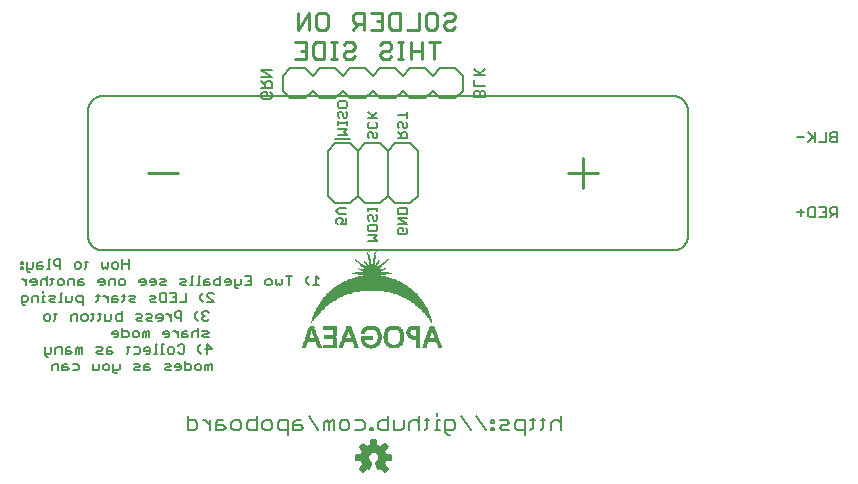
<source format=gbo>
G75*
%MOIN*%
%OFA0B0*%
%FSLAX25Y25*%
%IPPOS*%
%LPD*%
%AMOC8*
5,1,8,0,0,1.08239X$1,22.5*
%
%ADD10R,0.00150X0.00075*%
%ADD11R,0.00075X0.00075*%
%ADD12C,0.00600*%
%ADD13C,0.00800*%
%ADD14C,0.01000*%
%ADD15C,0.00591*%
%ADD16C,0.00700*%
%ADD17R,0.00625X0.00125*%
%ADD18R,0.01375X0.00125*%
%ADD19R,0.01250X0.00125*%
%ADD20R,0.02250X0.00125*%
%ADD21R,0.02375X0.00125*%
%ADD22R,0.04375X0.00125*%
%ADD23R,0.02750X0.00125*%
%ADD24R,0.02875X0.00125*%
%ADD25R,0.03500X0.00125*%
%ADD26R,0.04000X0.00125*%
%ADD27R,0.04250X0.00125*%
%ADD28R,0.04500X0.00125*%
%ADD29R,0.04625X0.00125*%
%ADD30R,0.04750X0.00125*%
%ADD31R,0.05125X0.00125*%
%ADD32R,0.02000X0.00125*%
%ADD33R,0.01875X0.00125*%
%ADD34R,0.01125X0.00125*%
%ADD35R,0.01750X0.00125*%
%ADD36R,0.01625X0.00125*%
%ADD37R,0.01500X0.00125*%
%ADD38R,0.05000X0.00125*%
%ADD39R,0.04875X0.00125*%
%ADD40R,0.02500X0.00125*%
%ADD41R,0.03000X0.00125*%
%ADD42R,0.03375X0.00125*%
%ADD43R,0.03750X0.00125*%
%ADD44R,0.04125X0.00125*%
%ADD45R,0.02125X0.00125*%
%ADD46R,0.05250X0.00125*%
%ADD47R,0.03875X0.00125*%
%ADD48R,0.03625X0.00125*%
%ADD49R,0.03125X0.00125*%
%ADD50R,0.01000X0.00125*%
%ADD51R,0.00125X0.00125*%
%ADD52R,0.00250X0.00125*%
%ADD53R,0.00375X0.00125*%
%ADD54R,0.00500X0.00125*%
%ADD55R,0.00750X0.00125*%
%ADD56R,0.00875X0.00125*%
%ADD57R,0.02625X0.00125*%
%ADD58R,0.03250X0.00125*%
%ADD59R,0.05500X0.00125*%
%ADD60R,0.05625X0.00125*%
%ADD61R,0.05750X0.00125*%
%ADD62R,0.06125X0.00125*%
%ADD63R,0.06000X0.00125*%
%ADD64R,0.06375X0.00125*%
%ADD65R,0.06500X0.00125*%
%ADD66R,0.06750X0.00125*%
%ADD67R,0.06625X0.00125*%
%ADD68R,0.06875X0.00125*%
%ADD69R,0.07125X0.00125*%
%ADD70R,0.07250X0.00125*%
%ADD71R,0.07375X0.00125*%
%ADD72R,0.07625X0.00125*%
%ADD73R,0.07750X0.00125*%
%ADD74R,0.08125X0.00125*%
%ADD75R,0.08000X0.00125*%
%ADD76R,0.08250X0.00125*%
%ADD77R,0.08875X0.00125*%
%ADD78R,0.09000X0.00125*%
%ADD79R,0.09125X0.00125*%
%ADD80R,0.09750X0.00125*%
%ADD81R,0.10875X0.00125*%
%ADD82R,0.10750X0.00125*%
%ADD83R,0.11625X0.00125*%
%ADD84R,0.11500X0.00125*%
%ADD85R,0.26875X0.00125*%
%ADD86R,0.26625X0.00125*%
%ADD87R,0.26250X0.00125*%
%ADD88R,0.25875X0.00125*%
%ADD89R,0.25625X0.00125*%
%ADD90R,0.25250X0.00125*%
%ADD91R,0.25000X0.00125*%
%ADD92R,0.24625X0.00125*%
%ADD93R,0.24125X0.00125*%
%ADD94R,0.23875X0.00125*%
%ADD95R,0.23500X0.00125*%
%ADD96R,0.23375X0.00125*%
%ADD97R,0.22875X0.00125*%
%ADD98R,0.22250X0.00125*%
%ADD99R,0.22125X0.00125*%
%ADD100R,0.21625X0.00125*%
%ADD101R,0.21250X0.00125*%
%ADD102R,0.20875X0.00125*%
%ADD103R,0.20375X0.00125*%
%ADD104R,0.19875X0.00125*%
%ADD105R,0.19375X0.00125*%
%ADD106R,0.19125X0.00125*%
%ADD107R,0.18375X0.00125*%
%ADD108R,0.17875X0.00125*%
%ADD109R,0.17500X0.00125*%
%ADD110R,0.16625X0.00125*%
%ADD111R,0.16375X0.00125*%
%ADD112R,0.15750X0.00125*%
%ADD113R,0.14875X0.00125*%
%ADD114R,0.14375X0.00125*%
%ADD115R,0.13500X0.00125*%
%ADD116R,0.12875X0.00125*%
%ADD117R,0.12125X0.00125*%
%ADD118R,0.10375X0.00125*%
%ADD119R,0.08375X0.00125*%
%ADD120R,0.06250X0.00125*%
%ADD121R,0.05875X0.00125*%
%ADD122R,0.05375X0.00125*%
%ADD123R,0.13125X0.00125*%
%ADD124R,0.13625X0.00125*%
%ADD125R,0.07500X0.00125*%
%ADD126R,0.07875X0.00125*%
D10*
X0170563Y0135175D03*
X0170563Y0135250D03*
X0170488Y0135400D03*
X0170488Y0135475D03*
X0172737Y0135250D03*
X0172737Y0135175D03*
D11*
X0172775Y0135325D03*
X0172775Y0135400D03*
X0172775Y0135475D03*
X0172775Y0135550D03*
X0172775Y0135625D03*
X0170525Y0135325D03*
X0170450Y0135550D03*
X0170450Y0135625D03*
X0170450Y0135700D03*
D12*
X0169800Y0138608D02*
X0172903Y0138608D01*
X0171868Y0139642D01*
X0172903Y0140676D01*
X0169800Y0140676D01*
X0170317Y0142015D02*
X0169800Y0142532D01*
X0169800Y0143566D01*
X0170317Y0144083D01*
X0172386Y0144083D01*
X0172903Y0143566D01*
X0172903Y0142532D01*
X0172386Y0142015D01*
X0170317Y0142015D01*
X0170317Y0145422D02*
X0169800Y0145939D01*
X0169800Y0146973D01*
X0170317Y0147490D01*
X0170834Y0147490D01*
X0171351Y0146973D01*
X0171351Y0145939D01*
X0171868Y0145422D01*
X0172386Y0145422D01*
X0172903Y0145939D01*
X0172903Y0146973D01*
X0172386Y0147490D01*
X0172903Y0148829D02*
X0172903Y0149863D01*
X0172903Y0149346D02*
X0169800Y0149346D01*
X0169800Y0148829D02*
X0169800Y0149863D01*
X0162403Y0149762D02*
X0160334Y0149762D01*
X0159300Y0148727D01*
X0160334Y0147693D01*
X0162403Y0147693D01*
X0162403Y0146355D02*
X0162403Y0144286D01*
X0160851Y0144286D01*
X0161368Y0145320D01*
X0161368Y0145838D01*
X0160851Y0146355D01*
X0159817Y0146355D01*
X0159300Y0145838D01*
X0159300Y0144803D01*
X0159817Y0144286D01*
X0152566Y0127053D02*
X0152566Y0123950D01*
X0153600Y0123950D02*
X0151532Y0123950D01*
X0150193Y0123950D02*
X0149159Y0124984D01*
X0149159Y0126018D01*
X0150193Y0127053D01*
X0152566Y0127053D02*
X0153600Y0126018D01*
X0144515Y0127053D02*
X0142446Y0127053D01*
X0143481Y0127053D02*
X0143481Y0123950D01*
X0141108Y0124467D02*
X0141108Y0126018D01*
X0141108Y0124467D02*
X0140591Y0123950D01*
X0140074Y0124467D01*
X0139557Y0123950D01*
X0139040Y0124467D01*
X0139040Y0126018D01*
X0137701Y0125501D02*
X0137701Y0124467D01*
X0137184Y0123950D01*
X0136150Y0123950D01*
X0135633Y0124467D01*
X0135633Y0125501D01*
X0136150Y0126018D01*
X0137184Y0126018D01*
X0137701Y0125501D01*
X0130887Y0125501D02*
X0129853Y0125501D01*
X0130887Y0123950D02*
X0128819Y0123950D01*
X0127480Y0124467D02*
X0126963Y0123950D01*
X0125412Y0123950D01*
X0125412Y0123433D02*
X0125929Y0122916D01*
X0126446Y0122916D01*
X0125412Y0123433D02*
X0125412Y0126018D01*
X0124074Y0125501D02*
X0124074Y0124467D01*
X0123556Y0123950D01*
X0122522Y0123950D01*
X0122005Y0124984D02*
X0124074Y0124984D01*
X0124074Y0125501D02*
X0123556Y0126018D01*
X0122522Y0126018D01*
X0122005Y0125501D01*
X0122005Y0124984D01*
X0120667Y0123950D02*
X0119115Y0123950D01*
X0118598Y0124467D01*
X0118598Y0125501D01*
X0119115Y0126018D01*
X0120667Y0126018D01*
X0120667Y0127053D02*
X0120667Y0123950D01*
X0117260Y0124467D02*
X0116743Y0124984D01*
X0115191Y0124984D01*
X0115191Y0125501D02*
X0115191Y0123950D01*
X0116743Y0123950D01*
X0117260Y0124467D01*
X0116743Y0126018D02*
X0115708Y0126018D01*
X0115191Y0125501D01*
X0113853Y0123950D02*
X0112819Y0123950D01*
X0113336Y0123950D02*
X0113336Y0127053D01*
X0113853Y0127053D01*
X0111582Y0127053D02*
X0111064Y0127053D01*
X0111064Y0123950D01*
X0110547Y0123950D02*
X0111582Y0123950D01*
X0109310Y0123950D02*
X0107759Y0123950D01*
X0107242Y0124467D01*
X0107759Y0124984D01*
X0108793Y0124984D01*
X0109310Y0125501D01*
X0108793Y0126018D01*
X0107242Y0126018D01*
X0105903Y0121503D02*
X0105903Y0118400D01*
X0103835Y0118400D01*
X0102496Y0118400D02*
X0102496Y0121503D01*
X0100945Y0121503D01*
X0100428Y0120986D01*
X0100428Y0118917D01*
X0100945Y0118400D01*
X0102496Y0118400D01*
X0104869Y0119951D02*
X0105903Y0119951D01*
X0105903Y0121503D02*
X0103835Y0121503D01*
X0102496Y0123950D02*
X0100945Y0123950D01*
X0100428Y0124467D01*
X0100945Y0124984D01*
X0101979Y0124984D01*
X0102496Y0125501D01*
X0101979Y0126018D01*
X0100428Y0126018D01*
X0099090Y0125501D02*
X0099090Y0124467D01*
X0098572Y0123950D01*
X0097538Y0123950D01*
X0097021Y0124984D02*
X0099090Y0124984D01*
X0099090Y0125501D02*
X0098572Y0126018D01*
X0097538Y0126018D01*
X0097021Y0125501D01*
X0097021Y0124984D01*
X0095683Y0124984D02*
X0093614Y0124984D01*
X0093614Y0125501D01*
X0094131Y0126018D01*
X0095166Y0126018D01*
X0095683Y0125501D01*
X0095683Y0124467D01*
X0095166Y0123950D01*
X0094131Y0123950D01*
X0091759Y0120468D02*
X0090207Y0120468D01*
X0090724Y0119434D02*
X0091759Y0119434D01*
X0092276Y0119951D01*
X0091759Y0120468D01*
X0090724Y0119434D02*
X0090207Y0118917D01*
X0090724Y0118400D01*
X0092276Y0118400D01*
X0088352Y0118917D02*
X0087835Y0118400D01*
X0088352Y0118917D02*
X0088352Y0120986D01*
X0088869Y0120468D02*
X0087835Y0120468D01*
X0086080Y0120468D02*
X0085046Y0120468D01*
X0084529Y0119951D01*
X0084529Y0118400D01*
X0086080Y0118400D01*
X0086597Y0118917D01*
X0086080Y0119434D01*
X0084529Y0119434D01*
X0083191Y0119434D02*
X0082156Y0120468D01*
X0081639Y0120468D01*
X0080351Y0120468D02*
X0079317Y0120468D01*
X0079834Y0120986D02*
X0079834Y0118917D01*
X0079317Y0118400D01*
X0080410Y0114736D02*
X0080410Y0112667D01*
X0079893Y0112150D01*
X0078139Y0112667D02*
X0077622Y0112150D01*
X0078139Y0112667D02*
X0078139Y0114736D01*
X0078656Y0114218D02*
X0077622Y0114218D01*
X0076385Y0113701D02*
X0076385Y0112667D01*
X0075868Y0112150D01*
X0074834Y0112150D01*
X0074317Y0112667D01*
X0074317Y0113701D01*
X0074834Y0114218D01*
X0075868Y0114218D01*
X0076385Y0113701D01*
X0072978Y0114218D02*
X0071427Y0114218D01*
X0070910Y0113701D01*
X0070910Y0112150D01*
X0072978Y0112150D02*
X0072978Y0114218D01*
X0074673Y0117366D02*
X0074673Y0120468D01*
X0073122Y0120468D01*
X0072605Y0119951D01*
X0072605Y0118917D01*
X0073122Y0118400D01*
X0074673Y0118400D01*
X0071266Y0118917D02*
X0070749Y0118400D01*
X0069198Y0118400D01*
X0069198Y0120468D01*
X0067860Y0121503D02*
X0067342Y0121503D01*
X0067342Y0118400D01*
X0066825Y0118400D02*
X0067860Y0118400D01*
X0065588Y0118400D02*
X0064037Y0118400D01*
X0063520Y0118917D01*
X0064037Y0119434D01*
X0065071Y0119434D01*
X0065588Y0119951D01*
X0065071Y0120468D01*
X0063520Y0120468D01*
X0062181Y0120468D02*
X0061664Y0120468D01*
X0061664Y0118400D01*
X0062181Y0118400D02*
X0061147Y0118400D01*
X0059910Y0118400D02*
X0059910Y0120468D01*
X0058359Y0120468D01*
X0057842Y0119951D01*
X0057842Y0118400D01*
X0056503Y0118917D02*
X0055986Y0118400D01*
X0054435Y0118400D01*
X0054435Y0117883D02*
X0054435Y0120468D01*
X0055986Y0120468D01*
X0056503Y0119951D01*
X0056503Y0118917D01*
X0055469Y0117366D02*
X0054952Y0117366D01*
X0054435Y0117883D01*
X0055935Y0123950D02*
X0055935Y0126018D01*
X0054901Y0126018D02*
X0054384Y0126018D01*
X0054901Y0126018D02*
X0055935Y0124984D01*
X0057274Y0124984D02*
X0059342Y0124984D01*
X0059342Y0124467D02*
X0059342Y0125501D01*
X0058825Y0126018D01*
X0057791Y0126018D01*
X0057274Y0125501D01*
X0057274Y0124984D01*
X0057791Y0123950D02*
X0058825Y0123950D01*
X0059342Y0124467D01*
X0060681Y0123950D02*
X0060681Y0125501D01*
X0061198Y0126018D01*
X0062232Y0126018D01*
X0062749Y0125501D01*
X0063986Y0126018D02*
X0065021Y0126018D01*
X0064503Y0126536D02*
X0064503Y0124467D01*
X0063986Y0123950D01*
X0062749Y0123950D02*
X0062749Y0127053D01*
X0062851Y0129500D02*
X0063885Y0129500D01*
X0063368Y0129500D02*
X0063368Y0132603D01*
X0063885Y0132603D01*
X0065223Y0132086D02*
X0065223Y0131051D01*
X0065740Y0130534D01*
X0067292Y0130534D01*
X0067292Y0129500D02*
X0067292Y0132603D01*
X0065740Y0132603D01*
X0065223Y0132086D01*
X0061096Y0131568D02*
X0060062Y0131568D01*
X0059545Y0131051D01*
X0059545Y0129500D01*
X0061096Y0129500D01*
X0061613Y0130017D01*
X0061096Y0130534D01*
X0059545Y0130534D01*
X0058207Y0130017D02*
X0057689Y0129500D01*
X0056138Y0129500D01*
X0056138Y0128983D02*
X0056655Y0128466D01*
X0057172Y0128466D01*
X0056138Y0128983D02*
X0056138Y0131568D01*
X0054800Y0131568D02*
X0054800Y0131051D01*
X0054283Y0131051D01*
X0054283Y0131568D01*
X0054800Y0131568D01*
X0054800Y0130017D02*
X0054800Y0129500D01*
X0054283Y0129500D01*
X0054283Y0130017D01*
X0054800Y0130017D01*
X0058207Y0130017D02*
X0058207Y0131568D01*
X0066359Y0125501D02*
X0066876Y0126018D01*
X0067910Y0126018D01*
X0068427Y0125501D01*
X0068427Y0124467D01*
X0067910Y0123950D01*
X0066876Y0123950D01*
X0066359Y0124467D01*
X0066359Y0125501D01*
X0069766Y0125501D02*
X0069766Y0123950D01*
X0069766Y0125501D02*
X0070283Y0126018D01*
X0071834Y0126018D01*
X0071834Y0123950D01*
X0073173Y0123950D02*
X0074724Y0123950D01*
X0075241Y0124467D01*
X0074724Y0124984D01*
X0073173Y0124984D01*
X0073173Y0125501D02*
X0073173Y0123950D01*
X0073173Y0125501D02*
X0073690Y0126018D01*
X0074724Y0126018D01*
X0075342Y0129500D02*
X0075860Y0130017D01*
X0075860Y0132086D01*
X0076377Y0131568D02*
X0075342Y0131568D01*
X0074105Y0131051D02*
X0073588Y0131568D01*
X0072554Y0131568D01*
X0072037Y0131051D01*
X0072037Y0130017D01*
X0072554Y0129500D01*
X0073588Y0129500D01*
X0074105Y0130017D01*
X0074105Y0131051D01*
X0081122Y0131568D02*
X0081122Y0130017D01*
X0081639Y0129500D01*
X0082156Y0130017D01*
X0082673Y0129500D01*
X0083191Y0130017D01*
X0083191Y0131568D01*
X0084529Y0131051D02*
X0085046Y0131568D01*
X0086080Y0131568D01*
X0086597Y0131051D01*
X0086597Y0130017D01*
X0086080Y0129500D01*
X0085046Y0129500D01*
X0084529Y0130017D01*
X0084529Y0131051D01*
X0087936Y0131051D02*
X0090004Y0131051D01*
X0090004Y0129500D02*
X0090004Y0132603D01*
X0087936Y0132603D02*
X0087936Y0129500D01*
X0088352Y0126018D02*
X0088869Y0125501D01*
X0088869Y0124467D01*
X0088352Y0123950D01*
X0087318Y0123950D01*
X0086800Y0124467D01*
X0086800Y0125501D01*
X0087318Y0126018D01*
X0088352Y0126018D01*
X0085462Y0126018D02*
X0085462Y0123950D01*
X0085462Y0126018D02*
X0083911Y0126018D01*
X0083394Y0125501D01*
X0083394Y0123950D01*
X0082055Y0124467D02*
X0082055Y0125501D01*
X0081538Y0126018D01*
X0080504Y0126018D01*
X0079987Y0125501D01*
X0079987Y0124984D01*
X0082055Y0124984D01*
X0082055Y0124467D02*
X0081538Y0123950D01*
X0080504Y0123950D01*
X0083191Y0120468D02*
X0083191Y0118400D01*
X0087741Y0115253D02*
X0087741Y0112150D01*
X0086190Y0112150D01*
X0085673Y0112667D01*
X0085673Y0113701D01*
X0086190Y0114218D01*
X0087741Y0114218D01*
X0084334Y0114218D02*
X0084334Y0112667D01*
X0083817Y0112150D01*
X0082266Y0112150D01*
X0082266Y0114218D01*
X0080928Y0114218D02*
X0079893Y0114218D01*
X0085054Y0108668D02*
X0084537Y0108151D01*
X0084537Y0107634D01*
X0086606Y0107634D01*
X0086606Y0107117D02*
X0086606Y0108151D01*
X0086089Y0108668D01*
X0085054Y0108668D01*
X0085054Y0106600D02*
X0086089Y0106600D01*
X0086606Y0107117D01*
X0087944Y0106600D02*
X0089495Y0106600D01*
X0090013Y0107117D01*
X0090013Y0108151D01*
X0089495Y0108668D01*
X0087944Y0108668D01*
X0087944Y0109703D02*
X0087944Y0106600D01*
X0091351Y0107117D02*
X0091351Y0108151D01*
X0091868Y0108668D01*
X0092902Y0108668D01*
X0093420Y0108151D01*
X0093420Y0107117D01*
X0092902Y0106600D01*
X0091868Y0106600D01*
X0091351Y0107117D01*
X0094758Y0106600D02*
X0094758Y0108151D01*
X0095275Y0108668D01*
X0095792Y0108151D01*
X0095792Y0106600D01*
X0096826Y0106600D02*
X0096826Y0108668D01*
X0096309Y0108668D01*
X0095792Y0108151D01*
X0096411Y0112150D02*
X0095894Y0112667D01*
X0096411Y0113184D01*
X0097445Y0113184D01*
X0097962Y0113701D01*
X0097445Y0114218D01*
X0095894Y0114218D01*
X0094555Y0113701D02*
X0094038Y0114218D01*
X0092487Y0114218D01*
X0093004Y0113184D02*
X0094038Y0113184D01*
X0094555Y0113701D01*
X0094555Y0112150D02*
X0093004Y0112150D01*
X0092487Y0112667D01*
X0093004Y0113184D01*
X0096411Y0112150D02*
X0097962Y0112150D01*
X0099301Y0113184D02*
X0101369Y0113184D01*
X0101369Y0112667D02*
X0101369Y0113701D01*
X0100852Y0114218D01*
X0099818Y0114218D01*
X0099301Y0113701D01*
X0099301Y0113184D01*
X0099818Y0112150D02*
X0100852Y0112150D01*
X0101369Y0112667D01*
X0102657Y0114218D02*
X0103174Y0114218D01*
X0104208Y0113184D01*
X0104208Y0112150D02*
X0104208Y0114218D01*
X0105546Y0113701D02*
X0106064Y0113184D01*
X0107615Y0113184D01*
X0107615Y0112150D02*
X0107615Y0115253D01*
X0106064Y0115253D01*
X0105546Y0114736D01*
X0105546Y0113701D01*
X0105445Y0108668D02*
X0104928Y0108668D01*
X0105445Y0108668D02*
X0106479Y0107634D01*
X0106479Y0106600D02*
X0106479Y0108668D01*
X0107818Y0108151D02*
X0107818Y0106600D01*
X0109369Y0106600D01*
X0109886Y0107117D01*
X0109369Y0107634D01*
X0107818Y0107634D01*
X0107818Y0108151D02*
X0108335Y0108668D01*
X0109369Y0108668D01*
X0111225Y0108151D02*
X0111225Y0106600D01*
X0111225Y0108151D02*
X0111742Y0108668D01*
X0112776Y0108668D01*
X0113293Y0108151D01*
X0114632Y0108668D02*
X0116183Y0108668D01*
X0116700Y0108151D01*
X0116183Y0107634D01*
X0115149Y0107634D01*
X0114632Y0107117D01*
X0115149Y0106600D01*
X0116700Y0106600D01*
X0116149Y0104253D02*
X0117700Y0102701D01*
X0115632Y0102701D01*
X0116149Y0101150D02*
X0116149Y0104253D01*
X0114293Y0104253D02*
X0113259Y0103218D01*
X0113259Y0102184D01*
X0114293Y0101150D01*
X0113776Y0097668D02*
X0114293Y0097151D01*
X0114293Y0096117D01*
X0113776Y0095600D01*
X0112742Y0095600D01*
X0112225Y0096117D01*
X0112225Y0097151D01*
X0112742Y0097668D01*
X0113776Y0097668D01*
X0115632Y0097151D02*
X0116149Y0097668D01*
X0116666Y0097151D01*
X0116666Y0095600D01*
X0117700Y0095600D02*
X0117700Y0097668D01*
X0117183Y0097668D01*
X0116666Y0097151D01*
X0115632Y0097151D02*
X0115632Y0095600D01*
X0110886Y0096117D02*
X0110886Y0097151D01*
X0110369Y0097668D01*
X0108818Y0097668D01*
X0108818Y0098703D02*
X0108818Y0095600D01*
X0110369Y0095600D01*
X0110886Y0096117D01*
X0107479Y0096117D02*
X0107479Y0097151D01*
X0106962Y0097668D01*
X0105928Y0097668D01*
X0105411Y0097151D01*
X0105411Y0096634D01*
X0107479Y0096634D01*
X0107479Y0096117D02*
X0106962Y0095600D01*
X0105928Y0095600D01*
X0104072Y0095600D02*
X0102521Y0095600D01*
X0102004Y0096117D01*
X0102521Y0096634D01*
X0103555Y0096634D01*
X0104072Y0097151D01*
X0103555Y0097668D01*
X0102004Y0097668D01*
X0101801Y0101150D02*
X0100767Y0101150D01*
X0101284Y0101150D02*
X0101284Y0104253D01*
X0101801Y0104253D01*
X0103140Y0102701D02*
X0103657Y0103218D01*
X0104691Y0103218D01*
X0105208Y0102701D01*
X0105208Y0101667D01*
X0104691Y0101150D01*
X0103657Y0101150D01*
X0103140Y0101667D01*
X0103140Y0102701D01*
X0106546Y0101667D02*
X0107064Y0101150D01*
X0108098Y0101150D01*
X0108615Y0101667D01*
X0108615Y0103736D01*
X0108098Y0104253D01*
X0107064Y0104253D01*
X0106546Y0103736D01*
X0103640Y0107117D02*
X0103640Y0108151D01*
X0103123Y0108668D01*
X0102089Y0108668D01*
X0101572Y0108151D01*
X0101572Y0107634D01*
X0103640Y0107634D01*
X0103640Y0107117D02*
X0103123Y0106600D01*
X0102089Y0106600D01*
X0099530Y0104253D02*
X0099013Y0104253D01*
X0099013Y0101150D01*
X0099530Y0101150D02*
X0098496Y0101150D01*
X0097259Y0101667D02*
X0097259Y0102701D01*
X0096741Y0103218D01*
X0095707Y0103218D01*
X0095190Y0102701D01*
X0095190Y0102184D01*
X0097259Y0102184D01*
X0097259Y0101667D02*
X0096741Y0101150D01*
X0095707Y0101150D01*
X0093852Y0101667D02*
X0093335Y0101150D01*
X0091783Y0101150D01*
X0089928Y0101667D02*
X0089411Y0101150D01*
X0089928Y0101667D02*
X0089928Y0103736D01*
X0090445Y0103218D02*
X0089411Y0103218D01*
X0091783Y0103218D02*
X0093335Y0103218D01*
X0093852Y0102701D01*
X0093852Y0101667D01*
X0093335Y0097668D02*
X0091783Y0097668D01*
X0092300Y0096634D02*
X0093335Y0096634D01*
X0093852Y0097151D01*
X0093335Y0097668D01*
X0092300Y0096634D02*
X0091783Y0096117D01*
X0092300Y0095600D01*
X0093852Y0095600D01*
X0095190Y0095600D02*
X0096741Y0095600D01*
X0097259Y0096117D01*
X0096741Y0096634D01*
X0095190Y0096634D01*
X0095190Y0097151D02*
X0095190Y0095600D01*
X0095190Y0097151D02*
X0095707Y0097668D01*
X0096741Y0097668D01*
X0087038Y0097668D02*
X0087038Y0096117D01*
X0086521Y0095600D01*
X0084969Y0095600D01*
X0084969Y0095083D02*
X0085487Y0094566D01*
X0086004Y0094566D01*
X0084969Y0095083D02*
X0084969Y0097668D01*
X0083631Y0097151D02*
X0083114Y0097668D01*
X0082080Y0097668D01*
X0081563Y0097151D01*
X0081563Y0096117D01*
X0082080Y0095600D01*
X0083114Y0095600D01*
X0083631Y0096117D01*
X0083631Y0097151D01*
X0080224Y0097668D02*
X0080224Y0096117D01*
X0079707Y0095600D01*
X0078156Y0095600D01*
X0078156Y0097668D01*
X0079808Y0101150D02*
X0079291Y0101667D01*
X0079808Y0102184D01*
X0080843Y0102184D01*
X0081360Y0102701D01*
X0080843Y0103218D01*
X0079291Y0103218D01*
X0079808Y0101150D02*
X0081360Y0101150D01*
X0082698Y0101150D02*
X0084249Y0101150D01*
X0084767Y0101667D01*
X0084249Y0102184D01*
X0082698Y0102184D01*
X0082698Y0102701D02*
X0082698Y0101150D01*
X0082698Y0102701D02*
X0083215Y0103218D01*
X0084249Y0103218D01*
X0074546Y0103218D02*
X0074029Y0103218D01*
X0073512Y0102701D01*
X0072995Y0103218D01*
X0072477Y0102701D01*
X0072477Y0101150D01*
X0073512Y0101150D02*
X0073512Y0102701D01*
X0074546Y0103218D02*
X0074546Y0101150D01*
X0071139Y0101667D02*
X0070622Y0102184D01*
X0069071Y0102184D01*
X0069071Y0102701D02*
X0069071Y0101150D01*
X0070622Y0101150D01*
X0071139Y0101667D01*
X0070622Y0103218D02*
X0069588Y0103218D01*
X0069071Y0102701D01*
X0067732Y0103218D02*
X0066181Y0103218D01*
X0065664Y0102701D01*
X0065664Y0101150D01*
X0064325Y0101667D02*
X0063808Y0101150D01*
X0062257Y0101150D01*
X0062257Y0100633D02*
X0062257Y0103218D01*
X0064325Y0103218D02*
X0064325Y0101667D01*
X0063291Y0100116D02*
X0062774Y0100116D01*
X0062257Y0100633D01*
X0065045Y0097668D02*
X0064528Y0097151D01*
X0064528Y0095600D01*
X0066596Y0095600D02*
X0066596Y0097668D01*
X0065045Y0097668D01*
X0067935Y0097151D02*
X0068452Y0097668D01*
X0069486Y0097668D01*
X0069486Y0096634D02*
X0067935Y0096634D01*
X0067935Y0097151D02*
X0067935Y0095600D01*
X0069486Y0095600D01*
X0070003Y0096117D01*
X0069486Y0096634D01*
X0071342Y0095600D02*
X0072893Y0095600D01*
X0073410Y0096117D01*
X0073410Y0097151D01*
X0072893Y0097668D01*
X0071342Y0097668D01*
X0067732Y0101150D02*
X0067732Y0103218D01*
X0065130Y0112150D02*
X0065647Y0112667D01*
X0065647Y0114736D01*
X0066164Y0114218D02*
X0065130Y0114218D01*
X0063893Y0113701D02*
X0063893Y0112667D01*
X0063376Y0112150D01*
X0062342Y0112150D01*
X0061825Y0112667D01*
X0061825Y0113701D01*
X0062342Y0114218D01*
X0063376Y0114218D01*
X0063893Y0113701D01*
X0071266Y0118917D02*
X0071266Y0120468D01*
X0061664Y0121503D02*
X0061664Y0122020D01*
X0097021Y0120468D02*
X0098572Y0120468D01*
X0099089Y0119951D01*
X0098572Y0119434D01*
X0097538Y0119434D01*
X0097021Y0118917D01*
X0097538Y0118400D01*
X0099089Y0118400D01*
X0107242Y0118400D02*
X0109310Y0118400D01*
X0109310Y0121503D01*
X0113954Y0120468D02*
X0114988Y0121503D01*
X0116327Y0120986D02*
X0116844Y0121503D01*
X0117878Y0121503D01*
X0118395Y0120986D01*
X0116327Y0120986D02*
X0116327Y0120468D01*
X0118395Y0118400D01*
X0116327Y0118400D01*
X0114988Y0118400D02*
X0113954Y0119434D01*
X0113954Y0120468D01*
X0113293Y0115253D02*
X0112259Y0114218D01*
X0112259Y0113184D01*
X0113293Y0112150D01*
X0114632Y0112667D02*
X0115149Y0112150D01*
X0116183Y0112150D01*
X0116700Y0112667D01*
X0115666Y0113701D02*
X0115149Y0113701D01*
X0114632Y0113184D01*
X0114632Y0112667D01*
X0115149Y0113701D02*
X0114632Y0114218D01*
X0114632Y0114736D01*
X0115149Y0115253D01*
X0116183Y0115253D01*
X0116700Y0114736D01*
X0113293Y0109703D02*
X0113293Y0106600D01*
X0127480Y0124467D02*
X0127480Y0126018D01*
X0128819Y0127053D02*
X0130887Y0127053D01*
X0130887Y0123950D01*
X0179800Y0141396D02*
X0179800Y0142431D01*
X0180317Y0142948D01*
X0181351Y0142948D01*
X0181351Y0141913D01*
X0180317Y0140879D02*
X0179800Y0141396D01*
X0180317Y0140879D02*
X0182386Y0140879D01*
X0182903Y0141396D01*
X0182903Y0142431D01*
X0182386Y0142948D01*
X0182903Y0144286D02*
X0179800Y0146355D01*
X0182903Y0146355D01*
X0182903Y0147693D02*
X0182903Y0149244D01*
X0182386Y0149762D01*
X0180317Y0149762D01*
X0179800Y0149244D01*
X0179800Y0147693D01*
X0182903Y0147693D01*
X0182903Y0144286D02*
X0179800Y0144286D01*
X0179800Y0172879D02*
X0182903Y0172879D01*
X0182903Y0174431D01*
X0182386Y0174948D01*
X0181351Y0174948D01*
X0180834Y0174431D01*
X0180834Y0172879D01*
X0180834Y0173913D02*
X0179800Y0174948D01*
X0180317Y0176286D02*
X0179800Y0176803D01*
X0179800Y0177837D01*
X0180317Y0178355D01*
X0180834Y0178355D01*
X0181351Y0177837D01*
X0181351Y0176803D01*
X0181868Y0176286D01*
X0182386Y0176286D01*
X0182903Y0176803D01*
X0182903Y0177837D01*
X0182386Y0178355D01*
X0182903Y0179693D02*
X0182903Y0181762D01*
X0182903Y0180727D02*
X0179800Y0180727D01*
X0172903Y0179693D02*
X0169800Y0179693D01*
X0170834Y0179693D02*
X0172903Y0181762D01*
X0171351Y0180210D02*
X0169800Y0181762D01*
X0170317Y0178355D02*
X0169800Y0177837D01*
X0169800Y0176803D01*
X0170317Y0176286D01*
X0172386Y0176286D01*
X0172903Y0176803D01*
X0172903Y0177837D01*
X0172386Y0178355D01*
X0172386Y0174948D02*
X0172903Y0174431D01*
X0172903Y0173396D01*
X0172386Y0172879D01*
X0171868Y0172879D01*
X0171351Y0173396D01*
X0171351Y0174431D01*
X0170834Y0174948D01*
X0170317Y0174948D01*
X0169800Y0174431D01*
X0169800Y0173396D01*
X0170317Y0172879D01*
X0162903Y0174108D02*
X0161868Y0175142D01*
X0162903Y0176176D01*
X0159800Y0176176D01*
X0159800Y0177515D02*
X0159800Y0178549D01*
X0159800Y0178032D02*
X0162903Y0178032D01*
X0162903Y0177515D02*
X0162903Y0178549D01*
X0162386Y0179786D02*
X0161868Y0179786D01*
X0161351Y0180303D01*
X0161351Y0181337D01*
X0160834Y0181855D01*
X0160317Y0181855D01*
X0159800Y0181337D01*
X0159800Y0180303D01*
X0160317Y0179786D01*
X0162386Y0179786D02*
X0162903Y0180303D01*
X0162903Y0181337D01*
X0162386Y0181855D01*
X0162386Y0183193D02*
X0160317Y0183193D01*
X0159800Y0183710D01*
X0159800Y0184744D01*
X0160317Y0185262D01*
X0162386Y0185262D01*
X0162903Y0184744D01*
X0162903Y0183710D01*
X0162386Y0183193D01*
X0162903Y0174108D02*
X0159800Y0174108D01*
X0137703Y0186618D02*
X0137136Y0186051D01*
X0134867Y0186051D01*
X0134300Y0186618D01*
X0134300Y0187752D01*
X0134867Y0188319D01*
X0136001Y0188319D01*
X0136001Y0187185D01*
X0137136Y0188319D02*
X0137703Y0187752D01*
X0137703Y0186618D01*
X0137703Y0189734D02*
X0137703Y0191435D01*
X0137136Y0192002D01*
X0136001Y0192002D01*
X0135434Y0191435D01*
X0135434Y0189734D01*
X0135434Y0190868D02*
X0134300Y0192002D01*
X0134300Y0193417D02*
X0137703Y0193417D01*
X0134300Y0195685D01*
X0137703Y0195685D01*
X0137703Y0189734D02*
X0134300Y0189734D01*
X0205300Y0190234D02*
X0205300Y0192502D01*
X0205300Y0193917D02*
X0208703Y0193917D01*
X0207001Y0194484D02*
X0205300Y0196185D01*
X0206434Y0193917D02*
X0208703Y0196185D01*
X0208703Y0190234D02*
X0205300Y0190234D01*
X0205867Y0188819D02*
X0205300Y0188252D01*
X0205300Y0186551D01*
X0208703Y0186551D01*
X0208703Y0188252D01*
X0208136Y0188819D01*
X0207569Y0188819D01*
X0207001Y0188252D01*
X0207001Y0186551D01*
X0207001Y0188252D02*
X0206434Y0188819D01*
X0205867Y0188819D01*
X0312882Y0173301D02*
X0315151Y0173301D01*
X0316565Y0171600D02*
X0318267Y0173301D01*
X0318834Y0172734D02*
X0316565Y0175003D01*
X0318834Y0175003D02*
X0318834Y0171600D01*
X0320248Y0171600D02*
X0322517Y0171600D01*
X0322517Y0175003D01*
X0323931Y0174436D02*
X0323931Y0173869D01*
X0324499Y0173301D01*
X0326200Y0173301D01*
X0326200Y0171600D02*
X0326200Y0175003D01*
X0324499Y0175003D01*
X0323931Y0174436D01*
X0324499Y0173301D02*
X0323931Y0172734D01*
X0323931Y0172167D01*
X0324499Y0171600D01*
X0326200Y0171600D01*
X0326200Y0150003D02*
X0324499Y0150003D01*
X0323931Y0149436D01*
X0323931Y0148301D01*
X0324499Y0147734D01*
X0326200Y0147734D01*
X0326200Y0146600D02*
X0326200Y0150003D01*
X0325066Y0147734D02*
X0323931Y0146600D01*
X0322517Y0146600D02*
X0320248Y0146600D01*
X0318834Y0146600D02*
X0318834Y0150003D01*
X0317132Y0150003D01*
X0316565Y0149436D01*
X0316565Y0147167D01*
X0317132Y0146600D01*
X0318834Y0146600D01*
X0321383Y0148301D02*
X0322517Y0148301D01*
X0322517Y0146600D02*
X0322517Y0150003D01*
X0320248Y0150003D01*
X0315151Y0148301D02*
X0312882Y0148301D01*
X0314016Y0147167D02*
X0314016Y0149436D01*
D13*
X0112124Y0075700D02*
X0109722Y0075700D01*
X0109722Y0080504D01*
X0109722Y0078903D02*
X0112124Y0078903D01*
X0112925Y0078102D01*
X0112925Y0076501D01*
X0112124Y0075700D01*
X0114820Y0078903D02*
X0115620Y0078903D01*
X0117222Y0077301D01*
X0117222Y0075700D02*
X0117222Y0078903D01*
X0119175Y0078102D02*
X0119175Y0075700D01*
X0121577Y0075700D01*
X0122378Y0076501D01*
X0121577Y0077301D01*
X0119175Y0077301D01*
X0119175Y0078102D02*
X0119976Y0078903D01*
X0121577Y0078903D01*
X0124332Y0078102D02*
X0125132Y0078903D01*
X0126734Y0078903D01*
X0127534Y0078102D01*
X0127534Y0076501D01*
X0126734Y0075700D01*
X0125132Y0075700D01*
X0124332Y0076501D01*
X0124332Y0078102D01*
X0129488Y0078102D02*
X0129488Y0076501D01*
X0130289Y0075700D01*
X0132691Y0075700D01*
X0132691Y0080504D01*
X0132691Y0078903D02*
X0130289Y0078903D01*
X0129488Y0078102D01*
X0134645Y0078102D02*
X0134645Y0076501D01*
X0135445Y0075700D01*
X0137047Y0075700D01*
X0137847Y0076501D01*
X0137847Y0078102D01*
X0137047Y0078903D01*
X0135445Y0078903D01*
X0134645Y0078102D01*
X0139801Y0078102D02*
X0139801Y0076501D01*
X0140602Y0075700D01*
X0143004Y0075700D01*
X0143004Y0074099D02*
X0143004Y0078903D01*
X0140602Y0078903D01*
X0139801Y0078102D01*
X0144957Y0078102D02*
X0144957Y0075700D01*
X0147359Y0075700D01*
X0148160Y0076501D01*
X0147359Y0077301D01*
X0144957Y0077301D01*
X0144957Y0078102D02*
X0145758Y0078903D01*
X0147359Y0078903D01*
X0150114Y0080504D02*
X0153316Y0075700D01*
X0155270Y0075700D02*
X0155270Y0078102D01*
X0156071Y0078903D01*
X0156871Y0078102D01*
X0156871Y0075700D01*
X0158473Y0075700D02*
X0158473Y0078903D01*
X0157672Y0078903D01*
X0156871Y0078102D01*
X0160427Y0078102D02*
X0160427Y0076501D01*
X0161227Y0075700D01*
X0162829Y0075700D01*
X0163629Y0076501D01*
X0163629Y0078102D01*
X0162829Y0078903D01*
X0161227Y0078903D01*
X0160427Y0078102D01*
X0165583Y0078903D02*
X0167985Y0078903D01*
X0168786Y0078102D01*
X0168786Y0076501D01*
X0167985Y0075700D01*
X0165583Y0075700D01*
X0170563Y0075700D02*
X0171364Y0075700D01*
X0171364Y0076501D01*
X0170563Y0076501D01*
X0170563Y0075700D01*
X0173317Y0076501D02*
X0173317Y0078102D01*
X0174118Y0078903D01*
X0176520Y0078903D01*
X0176520Y0080504D02*
X0176520Y0075700D01*
X0174118Y0075700D01*
X0173317Y0076501D01*
X0178474Y0075700D02*
X0178474Y0078903D01*
X0181677Y0078903D02*
X0181677Y0076501D01*
X0180876Y0075700D01*
X0178474Y0075700D01*
X0183630Y0075700D02*
X0183630Y0078102D01*
X0184431Y0078903D01*
X0186032Y0078903D01*
X0186833Y0078102D01*
X0188669Y0078903D02*
X0190271Y0078903D01*
X0189470Y0079703D02*
X0189470Y0076501D01*
X0188669Y0075700D01*
X0186833Y0075700D02*
X0186833Y0080504D01*
X0192908Y0080504D02*
X0192908Y0081305D01*
X0192908Y0078903D02*
X0192908Y0075700D01*
X0193708Y0075700D02*
X0192107Y0075700D01*
X0192908Y0078903D02*
X0193708Y0078903D01*
X0195662Y0078903D02*
X0195662Y0074899D01*
X0196463Y0074099D01*
X0197263Y0074099D01*
X0198064Y0075700D02*
X0195662Y0075700D01*
X0198064Y0075700D02*
X0198865Y0076501D01*
X0198865Y0078102D01*
X0198064Y0078903D01*
X0195662Y0078903D01*
X0200818Y0080504D02*
X0204021Y0075700D01*
X0209177Y0075700D02*
X0205975Y0080504D01*
X0210955Y0078903D02*
X0210955Y0078102D01*
X0211756Y0078102D01*
X0211756Y0078903D01*
X0210955Y0078903D01*
X0210955Y0076501D02*
X0210955Y0075700D01*
X0211756Y0075700D01*
X0211756Y0076501D01*
X0210955Y0076501D01*
X0213709Y0076501D02*
X0214510Y0077301D01*
X0216111Y0077301D01*
X0216912Y0078102D01*
X0216111Y0078903D01*
X0213709Y0078903D01*
X0213709Y0076501D02*
X0214510Y0075700D01*
X0216912Y0075700D01*
X0218866Y0076501D02*
X0219666Y0075700D01*
X0222068Y0075700D01*
X0222068Y0074099D02*
X0222068Y0078903D01*
X0219666Y0078903D01*
X0218866Y0078102D01*
X0218866Y0076501D01*
X0223905Y0075700D02*
X0224705Y0076501D01*
X0224705Y0079703D01*
X0223905Y0078903D02*
X0225506Y0078903D01*
X0227342Y0078903D02*
X0228944Y0078903D01*
X0228143Y0079703D02*
X0228143Y0076501D01*
X0227342Y0075700D01*
X0230897Y0075700D02*
X0230897Y0078102D01*
X0231698Y0078903D01*
X0233299Y0078903D01*
X0234100Y0078102D01*
X0234100Y0080504D02*
X0234100Y0075700D01*
X0184000Y0151300D02*
X0179000Y0151300D01*
X0176500Y0153800D01*
X0176500Y0168800D01*
X0179000Y0171300D01*
X0184000Y0171300D01*
X0186500Y0168800D01*
X0186500Y0153800D01*
X0184000Y0151300D01*
X0176500Y0153800D02*
X0174000Y0151300D01*
X0169000Y0151300D01*
X0166500Y0153800D01*
X0166500Y0168800D01*
X0169000Y0171300D01*
X0174000Y0171300D01*
X0176500Y0168800D01*
X0166500Y0168800D02*
X0164000Y0171300D01*
X0159000Y0171300D01*
X0156500Y0168800D01*
X0156500Y0153800D01*
X0159000Y0151300D01*
X0164000Y0151300D01*
X0166500Y0153800D01*
X0164000Y0172619D02*
X0159000Y0172619D01*
X0159000Y0186300D02*
X0154000Y0186300D01*
X0151500Y0188800D01*
X0149000Y0186300D01*
X0144000Y0186300D01*
X0141500Y0188800D01*
X0141500Y0193800D01*
X0144000Y0196300D01*
X0149000Y0196300D01*
X0151500Y0193800D01*
X0154000Y0196300D01*
X0159000Y0196300D01*
X0161500Y0193800D01*
X0164000Y0196300D01*
X0169000Y0196300D01*
X0171500Y0193800D01*
X0174000Y0196300D01*
X0179000Y0196300D01*
X0181500Y0193800D01*
X0184000Y0196300D01*
X0189000Y0196300D01*
X0191500Y0193800D01*
X0194000Y0196300D01*
X0199000Y0196300D01*
X0201500Y0193800D01*
X0201500Y0188800D01*
X0199000Y0186300D01*
X0194000Y0186300D01*
X0191500Y0188800D01*
X0189000Y0186300D01*
X0184000Y0186300D01*
X0181500Y0188800D01*
X0179000Y0186300D01*
X0174000Y0186300D01*
X0171500Y0188800D01*
X0169000Y0186300D01*
X0164000Y0186300D01*
X0161500Y0188800D01*
X0159000Y0186300D01*
D14*
X0159384Y0199300D02*
X0157516Y0199300D01*
X0158450Y0199300D02*
X0158450Y0204905D01*
X0159384Y0204905D02*
X0157516Y0204905D01*
X0155333Y0204905D02*
X0155333Y0199300D01*
X0152530Y0199300D01*
X0151596Y0200234D01*
X0151596Y0203971D01*
X0152530Y0204905D01*
X0155333Y0204905D01*
X0149256Y0204905D02*
X0149256Y0199300D01*
X0145519Y0199300D01*
X0147387Y0202102D02*
X0149256Y0202102D01*
X0149256Y0204905D02*
X0145519Y0204905D01*
X0146532Y0209200D02*
X0146532Y0214805D01*
X0150268Y0214805D02*
X0146532Y0209200D01*
X0150268Y0209200D02*
X0150268Y0214805D01*
X0152609Y0213871D02*
X0152609Y0210134D01*
X0153543Y0209200D01*
X0155412Y0209200D01*
X0156346Y0210134D01*
X0156346Y0213871D01*
X0155412Y0214805D01*
X0153543Y0214805D01*
X0152609Y0213871D01*
X0164763Y0213871D02*
X0164763Y0212002D01*
X0165698Y0211068D01*
X0168500Y0211068D01*
X0168500Y0209200D02*
X0168500Y0214805D01*
X0165698Y0214805D01*
X0164763Y0213871D01*
X0166632Y0211068D02*
X0164763Y0209200D01*
X0170841Y0209200D02*
X0174577Y0209200D01*
X0174577Y0214805D01*
X0170841Y0214805D01*
X0172709Y0212002D02*
X0174577Y0212002D01*
X0176918Y0210134D02*
X0176918Y0213871D01*
X0177852Y0214805D01*
X0180654Y0214805D01*
X0180654Y0209200D01*
X0177852Y0209200D01*
X0176918Y0210134D01*
X0176682Y0204905D02*
X0177616Y0203971D01*
X0177616Y0203037D01*
X0176682Y0202102D01*
X0174813Y0202102D01*
X0173879Y0201168D01*
X0173879Y0200234D01*
X0174813Y0199300D01*
X0176682Y0199300D01*
X0177616Y0200234D01*
X0179799Y0199300D02*
X0181667Y0199300D01*
X0180733Y0199300D02*
X0180733Y0204905D01*
X0181667Y0204905D02*
X0179799Y0204905D01*
X0176682Y0204905D02*
X0174813Y0204905D01*
X0173879Y0203971D01*
X0165461Y0203971D02*
X0165461Y0203037D01*
X0164527Y0202102D01*
X0162659Y0202102D01*
X0161725Y0201168D01*
X0161725Y0200234D01*
X0162659Y0199300D01*
X0164527Y0199300D01*
X0165461Y0200234D01*
X0165461Y0203971D02*
X0164527Y0204905D01*
X0162659Y0204905D01*
X0161725Y0203971D01*
X0182995Y0209200D02*
X0186732Y0209200D01*
X0186732Y0214805D01*
X0189072Y0213871D02*
X0190006Y0214805D01*
X0191875Y0214805D01*
X0192809Y0213871D01*
X0192809Y0210134D01*
X0191875Y0209200D01*
X0190006Y0209200D01*
X0189072Y0210134D01*
X0189072Y0213871D01*
X0195149Y0213871D02*
X0196084Y0214805D01*
X0197952Y0214805D01*
X0198886Y0213871D01*
X0198886Y0212937D01*
X0197952Y0212002D01*
X0196084Y0212002D01*
X0195149Y0211068D01*
X0195149Y0210134D01*
X0196084Y0209200D01*
X0197952Y0209200D01*
X0198886Y0210134D01*
X0193822Y0204905D02*
X0190085Y0204905D01*
X0191953Y0204905D02*
X0191953Y0199300D01*
X0187744Y0199300D02*
X0187744Y0204905D01*
X0187744Y0202102D02*
X0184008Y0202102D01*
X0184008Y0199300D02*
X0184008Y0204905D01*
X0236500Y0161300D02*
X0246500Y0161300D01*
X0241500Y0156300D02*
X0241500Y0166300D01*
X0106500Y0161300D02*
X0096500Y0161300D01*
D15*
X0168064Y0071154D02*
X0169548Y0069943D01*
X0170146Y0070251D01*
X0170787Y0070456D01*
X0170980Y0072361D01*
X0172420Y0072361D01*
X0172613Y0070456D01*
X0173254Y0070251D01*
X0173852Y0069943D01*
X0175336Y0071154D01*
X0176354Y0070136D01*
X0175143Y0068652D01*
X0175451Y0068054D01*
X0175656Y0067413D01*
X0177561Y0067220D01*
X0177561Y0065780D01*
X0175656Y0065587D01*
X0175451Y0064946D01*
X0175143Y0064348D01*
X0176354Y0062864D01*
X0175336Y0061846D01*
X0173852Y0063057D01*
X0173254Y0062749D01*
X0172406Y0064795D01*
X0172785Y0065007D01*
X0173103Y0065301D01*
X0173345Y0065662D01*
X0173495Y0066069D01*
X0173546Y0066500D01*
X0173493Y0066939D01*
X0173337Y0067352D01*
X0173088Y0067717D01*
X0172759Y0068011D01*
X0172369Y0068220D01*
X0171941Y0068329D01*
X0171499Y0068334D01*
X0171069Y0068234D01*
X0170675Y0068034D01*
X0170340Y0067746D01*
X0170082Y0067387D01*
X0169918Y0066977D01*
X0169855Y0066540D01*
X0169899Y0066100D01*
X0170045Y0065684D01*
X0170286Y0065314D01*
X0170609Y0065012D01*
X0170994Y0064795D01*
X0170146Y0062749D01*
X0169548Y0063057D01*
X0168064Y0061846D01*
X0167046Y0062864D01*
X0168257Y0064348D01*
X0167949Y0064946D01*
X0167744Y0065587D01*
X0165839Y0065780D01*
X0165839Y0067220D01*
X0167744Y0067413D01*
X0167949Y0068054D01*
X0168257Y0068652D01*
X0167046Y0070136D01*
X0168064Y0071154D01*
X0167495Y0070584D02*
X0168762Y0070584D01*
X0169485Y0069995D02*
X0167161Y0069995D01*
X0167641Y0069406D02*
X0175759Y0069406D01*
X0176239Y0069995D02*
X0173915Y0069995D01*
X0173751Y0069995D02*
X0169649Y0069995D01*
X0170800Y0070584D02*
X0172600Y0070584D01*
X0172540Y0071173D02*
X0170860Y0071173D01*
X0170919Y0071763D02*
X0172481Y0071763D01*
X0172421Y0072352D02*
X0170979Y0072352D01*
X0174638Y0070584D02*
X0175905Y0070584D01*
X0175278Y0068817D02*
X0168122Y0068817D01*
X0168039Y0068228D02*
X0171058Y0068228D01*
X0170263Y0067639D02*
X0167816Y0067639D01*
X0165839Y0067050D02*
X0169947Y0067050D01*
X0169863Y0066461D02*
X0165839Y0066461D01*
X0165839Y0065872D02*
X0169979Y0065872D01*
X0170319Y0065283D02*
X0167841Y0065283D01*
X0168079Y0064694D02*
X0170952Y0064694D01*
X0170708Y0064105D02*
X0168058Y0064105D01*
X0167578Y0063516D02*
X0170464Y0063516D01*
X0170220Y0062927D02*
X0169801Y0062927D01*
X0169389Y0062927D02*
X0167097Y0062927D01*
X0167573Y0062337D02*
X0168666Y0062337D01*
X0172692Y0064105D02*
X0175342Y0064105D01*
X0175321Y0064694D02*
X0172448Y0064694D01*
X0173083Y0065283D02*
X0175559Y0065283D01*
X0175822Y0063516D02*
X0172936Y0063516D01*
X0173180Y0062927D02*
X0173599Y0062927D01*
X0174011Y0062927D02*
X0176303Y0062927D01*
X0175827Y0062337D02*
X0174734Y0062337D01*
X0173422Y0065872D02*
X0177561Y0065872D01*
X0177561Y0066461D02*
X0173541Y0066461D01*
X0173451Y0067050D02*
X0177561Y0067050D01*
X0175584Y0067639D02*
X0173141Y0067639D01*
X0172336Y0068228D02*
X0175361Y0068228D01*
D16*
X0081500Y0135550D02*
X0271500Y0135550D01*
X0271640Y0135552D01*
X0271780Y0135558D01*
X0271920Y0135568D01*
X0272060Y0135581D01*
X0272199Y0135599D01*
X0272338Y0135621D01*
X0272475Y0135646D01*
X0272613Y0135675D01*
X0272749Y0135708D01*
X0272884Y0135745D01*
X0273018Y0135786D01*
X0273151Y0135831D01*
X0273283Y0135879D01*
X0273413Y0135931D01*
X0273542Y0135986D01*
X0273669Y0136045D01*
X0273795Y0136108D01*
X0273919Y0136174D01*
X0274040Y0136243D01*
X0274160Y0136316D01*
X0274278Y0136393D01*
X0274393Y0136472D01*
X0274507Y0136555D01*
X0274617Y0136641D01*
X0274726Y0136730D01*
X0274832Y0136822D01*
X0274935Y0136917D01*
X0275036Y0137014D01*
X0275133Y0137115D01*
X0275228Y0137218D01*
X0275320Y0137324D01*
X0275409Y0137433D01*
X0275495Y0137543D01*
X0275578Y0137657D01*
X0275657Y0137772D01*
X0275734Y0137890D01*
X0275807Y0138010D01*
X0275876Y0138131D01*
X0275942Y0138255D01*
X0276005Y0138381D01*
X0276064Y0138508D01*
X0276119Y0138637D01*
X0276171Y0138767D01*
X0276219Y0138899D01*
X0276264Y0139032D01*
X0276305Y0139166D01*
X0276342Y0139301D01*
X0276375Y0139437D01*
X0276404Y0139575D01*
X0276429Y0139712D01*
X0276451Y0139851D01*
X0276469Y0139990D01*
X0276482Y0140130D01*
X0276492Y0140270D01*
X0276498Y0140410D01*
X0276500Y0140550D01*
X0276500Y0182050D01*
X0276498Y0182190D01*
X0276492Y0182330D01*
X0276482Y0182470D01*
X0276469Y0182610D01*
X0276451Y0182749D01*
X0276429Y0182888D01*
X0276404Y0183025D01*
X0276375Y0183163D01*
X0276342Y0183299D01*
X0276305Y0183434D01*
X0276264Y0183568D01*
X0276219Y0183701D01*
X0276171Y0183833D01*
X0276119Y0183963D01*
X0276064Y0184092D01*
X0276005Y0184219D01*
X0275942Y0184345D01*
X0275876Y0184469D01*
X0275807Y0184590D01*
X0275734Y0184710D01*
X0275657Y0184828D01*
X0275578Y0184943D01*
X0275495Y0185057D01*
X0275409Y0185167D01*
X0275320Y0185276D01*
X0275228Y0185382D01*
X0275133Y0185485D01*
X0275036Y0185586D01*
X0274935Y0185683D01*
X0274832Y0185778D01*
X0274726Y0185870D01*
X0274617Y0185959D01*
X0274507Y0186045D01*
X0274393Y0186128D01*
X0274278Y0186207D01*
X0274160Y0186284D01*
X0274040Y0186357D01*
X0273919Y0186426D01*
X0273795Y0186492D01*
X0273669Y0186555D01*
X0273542Y0186614D01*
X0273413Y0186669D01*
X0273283Y0186721D01*
X0273151Y0186769D01*
X0273018Y0186814D01*
X0272884Y0186855D01*
X0272749Y0186892D01*
X0272613Y0186925D01*
X0272475Y0186954D01*
X0272338Y0186979D01*
X0272199Y0187001D01*
X0272060Y0187019D01*
X0271920Y0187032D01*
X0271780Y0187042D01*
X0271640Y0187048D01*
X0271500Y0187050D01*
X0081500Y0187050D01*
X0081360Y0187048D01*
X0081220Y0187042D01*
X0081080Y0187032D01*
X0080940Y0187019D01*
X0080801Y0187001D01*
X0080662Y0186979D01*
X0080525Y0186954D01*
X0080387Y0186925D01*
X0080251Y0186892D01*
X0080116Y0186855D01*
X0079982Y0186814D01*
X0079849Y0186769D01*
X0079717Y0186721D01*
X0079587Y0186669D01*
X0079458Y0186614D01*
X0079331Y0186555D01*
X0079205Y0186492D01*
X0079081Y0186426D01*
X0078960Y0186357D01*
X0078840Y0186284D01*
X0078722Y0186207D01*
X0078607Y0186128D01*
X0078493Y0186045D01*
X0078383Y0185959D01*
X0078274Y0185870D01*
X0078168Y0185778D01*
X0078065Y0185683D01*
X0077964Y0185586D01*
X0077867Y0185485D01*
X0077772Y0185382D01*
X0077680Y0185276D01*
X0077591Y0185167D01*
X0077505Y0185057D01*
X0077422Y0184943D01*
X0077343Y0184828D01*
X0077266Y0184710D01*
X0077193Y0184590D01*
X0077124Y0184469D01*
X0077058Y0184345D01*
X0076995Y0184219D01*
X0076936Y0184092D01*
X0076881Y0183963D01*
X0076829Y0183833D01*
X0076781Y0183701D01*
X0076736Y0183568D01*
X0076695Y0183434D01*
X0076658Y0183299D01*
X0076625Y0183163D01*
X0076596Y0183025D01*
X0076571Y0182888D01*
X0076549Y0182749D01*
X0076531Y0182610D01*
X0076518Y0182470D01*
X0076508Y0182330D01*
X0076502Y0182190D01*
X0076500Y0182050D01*
X0076500Y0140550D01*
X0076502Y0140410D01*
X0076508Y0140270D01*
X0076518Y0140130D01*
X0076531Y0139990D01*
X0076549Y0139851D01*
X0076571Y0139712D01*
X0076596Y0139575D01*
X0076625Y0139437D01*
X0076658Y0139301D01*
X0076695Y0139166D01*
X0076736Y0139032D01*
X0076781Y0138899D01*
X0076829Y0138767D01*
X0076881Y0138637D01*
X0076936Y0138508D01*
X0076995Y0138381D01*
X0077058Y0138255D01*
X0077124Y0138131D01*
X0077193Y0138010D01*
X0077266Y0137890D01*
X0077343Y0137772D01*
X0077422Y0137657D01*
X0077505Y0137543D01*
X0077591Y0137433D01*
X0077680Y0137324D01*
X0077772Y0137218D01*
X0077867Y0137115D01*
X0077964Y0137014D01*
X0078065Y0136917D01*
X0078168Y0136822D01*
X0078274Y0136730D01*
X0078383Y0136641D01*
X0078493Y0136555D01*
X0078607Y0136472D01*
X0078722Y0136393D01*
X0078840Y0136316D01*
X0078960Y0136243D01*
X0079081Y0136174D01*
X0079205Y0136108D01*
X0079331Y0136045D01*
X0079458Y0135986D01*
X0079587Y0135931D01*
X0079717Y0135879D01*
X0079849Y0135831D01*
X0079982Y0135786D01*
X0080116Y0135745D01*
X0080251Y0135708D01*
X0080387Y0135675D01*
X0080525Y0135646D01*
X0080662Y0135621D01*
X0080801Y0135599D01*
X0080940Y0135581D01*
X0081080Y0135568D01*
X0081220Y0135558D01*
X0081360Y0135552D01*
X0081500Y0135550D01*
D17*
X0151500Y0112300D03*
X0151500Y0112175D03*
X0151625Y0112425D03*
X0151625Y0112550D03*
X0170875Y0102800D03*
X0190625Y0112425D03*
X0190625Y0112550D03*
X0190750Y0112300D03*
X0175250Y0131175D03*
X0175000Y0131050D03*
X0173000Y0130925D03*
X0172875Y0130800D03*
X0171875Y0131550D03*
X0171875Y0131675D03*
X0171875Y0131800D03*
X0171875Y0131925D03*
X0171875Y0132050D03*
X0170375Y0132050D03*
X0170375Y0132175D03*
X0170375Y0132300D03*
X0170375Y0131925D03*
X0170375Y0131800D03*
X0169375Y0130800D03*
X0167250Y0131050D03*
X0167125Y0131175D03*
X0167000Y0131300D03*
D18*
X0152500Y0114050D03*
X0149875Y0106925D03*
X0149625Y0106300D03*
X0149500Y0106050D03*
X0149125Y0104925D03*
X0149000Y0104550D03*
X0149000Y0104425D03*
X0148875Y0104300D03*
X0148875Y0104175D03*
X0148750Y0103925D03*
X0148750Y0103800D03*
X0148625Y0103425D03*
X0148625Y0103300D03*
X0148500Y0103175D03*
X0153625Y0103425D03*
X0153750Y0102925D03*
X0160750Y0102925D03*
X0160750Y0103050D03*
X0160875Y0103175D03*
X0161000Y0103550D03*
X0161000Y0103675D03*
X0161125Y0103800D03*
X0161125Y0103925D03*
X0161250Y0104175D03*
X0161250Y0104300D03*
X0161375Y0104675D03*
X0161375Y0104800D03*
X0161500Y0104925D03*
X0161875Y0106050D03*
X0162000Y0106550D03*
X0162125Y0106800D03*
X0162250Y0107175D03*
X0162375Y0107425D03*
X0166000Y0103175D03*
X0166125Y0103050D03*
X0166125Y0102925D03*
X0168500Y0104550D03*
X0168625Y0104425D03*
X0168750Y0104300D03*
X0168375Y0104800D03*
X0168250Y0104925D03*
X0168250Y0108175D03*
X0168375Y0108425D03*
X0173125Y0108550D03*
X0173250Y0108300D03*
X0173375Y0108175D03*
X0173500Y0107675D03*
X0175750Y0107675D03*
X0175750Y0107800D03*
X0175875Y0107925D03*
X0175875Y0108050D03*
X0176250Y0108675D03*
X0176000Y0104925D03*
X0176000Y0104800D03*
X0176125Y0104675D03*
X0176250Y0104425D03*
X0173500Y0105300D03*
X0173375Y0104925D03*
X0173375Y0104800D03*
X0173250Y0104675D03*
X0173125Y0104425D03*
X0180625Y0104300D03*
X0180750Y0104425D03*
X0180875Y0104550D03*
X0180875Y0104675D03*
X0181000Y0104800D03*
X0181000Y0104925D03*
X0181125Y0105050D03*
X0181125Y0107925D03*
X0181000Y0108175D03*
X0180875Y0108425D03*
X0180750Y0108550D03*
X0183375Y0108425D03*
X0183500Y0108800D03*
X0183375Y0107550D03*
X0189125Y0104550D03*
X0189125Y0104425D03*
X0189000Y0104175D03*
X0189000Y0104050D03*
X0188875Y0103925D03*
X0188875Y0103800D03*
X0188750Y0103425D03*
X0188625Y0103050D03*
X0188625Y0102925D03*
X0189250Y0104800D03*
X0189750Y0106300D03*
X0189875Y0106550D03*
X0190125Y0107425D03*
X0193500Y0104050D03*
X0193875Y0102925D03*
X0189875Y0113925D03*
X0189750Y0114050D03*
D19*
X0189937Y0113800D03*
X0189937Y0113675D03*
X0191187Y0110050D03*
X0190562Y0108425D03*
X0190562Y0108300D03*
X0190437Y0108175D03*
X0190312Y0108050D03*
X0190312Y0107925D03*
X0190312Y0107800D03*
X0190312Y0107675D03*
X0190187Y0107550D03*
X0190062Y0107300D03*
X0190062Y0107175D03*
X0190062Y0107050D03*
X0189937Y0106925D03*
X0189937Y0106800D03*
X0189937Y0106675D03*
X0189812Y0106425D03*
X0189687Y0106175D03*
X0189687Y0106050D03*
X0189312Y0104925D03*
X0189187Y0104675D03*
X0189062Y0104300D03*
X0188812Y0103675D03*
X0188812Y0103550D03*
X0188687Y0103300D03*
X0188687Y0103175D03*
X0186562Y0103175D03*
X0186562Y0103300D03*
X0186562Y0103425D03*
X0186562Y0103550D03*
X0186562Y0103675D03*
X0186562Y0103800D03*
X0186562Y0103925D03*
X0186562Y0104050D03*
X0186562Y0104175D03*
X0186562Y0104300D03*
X0186562Y0104425D03*
X0186562Y0104550D03*
X0186562Y0104675D03*
X0186562Y0104800D03*
X0186562Y0104925D03*
X0186562Y0105050D03*
X0186562Y0105175D03*
X0186562Y0105300D03*
X0186562Y0105425D03*
X0186562Y0105550D03*
X0186562Y0105675D03*
X0186562Y0106925D03*
X0186562Y0107050D03*
X0186562Y0107175D03*
X0186562Y0107300D03*
X0186562Y0107425D03*
X0186562Y0107550D03*
X0186562Y0107675D03*
X0186562Y0107800D03*
X0186562Y0107925D03*
X0186562Y0108050D03*
X0186562Y0108175D03*
X0186562Y0108300D03*
X0186562Y0108425D03*
X0186562Y0108550D03*
X0186562Y0108675D03*
X0186562Y0108800D03*
X0186562Y0108925D03*
X0186562Y0109050D03*
X0183437Y0108675D03*
X0183437Y0108550D03*
X0183312Y0108300D03*
X0183312Y0108175D03*
X0183312Y0108050D03*
X0183312Y0107925D03*
X0183312Y0107800D03*
X0183312Y0107675D03*
X0183437Y0107425D03*
X0183437Y0107300D03*
X0181312Y0107300D03*
X0181312Y0107425D03*
X0181187Y0107550D03*
X0181187Y0107675D03*
X0181187Y0107800D03*
X0181062Y0108050D03*
X0180937Y0108300D03*
X0181312Y0107175D03*
X0181312Y0107050D03*
X0181312Y0106925D03*
X0181312Y0106800D03*
X0181312Y0106675D03*
X0181312Y0106550D03*
X0181312Y0106425D03*
X0181312Y0106300D03*
X0181312Y0106175D03*
X0181312Y0106050D03*
X0181312Y0105925D03*
X0181312Y0105800D03*
X0181312Y0105675D03*
X0181312Y0105550D03*
X0181187Y0105425D03*
X0181187Y0105300D03*
X0181187Y0105175D03*
X0176187Y0104550D03*
X0175937Y0105050D03*
X0175937Y0105175D03*
X0175812Y0105300D03*
X0175812Y0105425D03*
X0175687Y0105550D03*
X0175687Y0105675D03*
X0175687Y0105800D03*
X0175687Y0105925D03*
X0175687Y0106050D03*
X0175687Y0106175D03*
X0175687Y0106300D03*
X0175687Y0106675D03*
X0175687Y0106925D03*
X0175687Y0107050D03*
X0175687Y0107175D03*
X0175687Y0107300D03*
X0175687Y0107425D03*
X0175687Y0107550D03*
X0175937Y0108175D03*
X0173687Y0107300D03*
X0173687Y0107175D03*
X0173687Y0107050D03*
X0173687Y0106925D03*
X0173687Y0106800D03*
X0173687Y0106675D03*
X0173687Y0106550D03*
X0173687Y0106425D03*
X0173687Y0106300D03*
X0173687Y0106175D03*
X0173687Y0106050D03*
X0173687Y0105925D03*
X0173687Y0105800D03*
X0173687Y0105675D03*
X0173562Y0105550D03*
X0173562Y0105425D03*
X0173437Y0105175D03*
X0173437Y0105050D03*
X0173187Y0104550D03*
X0173562Y0107550D03*
X0173437Y0107800D03*
X0173437Y0107925D03*
X0173437Y0108050D03*
X0173187Y0108425D03*
X0168188Y0108050D03*
X0168188Y0107925D03*
X0168063Y0107800D03*
X0168063Y0105550D03*
X0168063Y0105425D03*
X0168188Y0105300D03*
X0168188Y0105175D03*
X0168188Y0105050D03*
X0168438Y0104675D03*
X0165938Y0103550D03*
X0165938Y0103425D03*
X0165938Y0103300D03*
X0165813Y0103675D03*
X0165813Y0103800D03*
X0165688Y0103925D03*
X0165688Y0104050D03*
X0165688Y0104175D03*
X0165563Y0104425D03*
X0165563Y0104550D03*
X0165438Y0104800D03*
X0165313Y0104925D03*
X0164938Y0106050D03*
X0164938Y0106175D03*
X0164938Y0106300D03*
X0164813Y0106425D03*
X0164688Y0106675D03*
X0164688Y0106800D03*
X0164688Y0106925D03*
X0164563Y0107050D03*
X0164438Y0107300D03*
X0164438Y0107425D03*
X0164438Y0107550D03*
X0164313Y0107675D03*
X0164313Y0107800D03*
X0164313Y0107925D03*
X0164188Y0108175D03*
X0164063Y0108425D03*
X0162688Y0108425D03*
X0162688Y0108300D03*
X0162563Y0108175D03*
X0162563Y0108050D03*
X0162563Y0107925D03*
X0162438Y0107800D03*
X0162438Y0107675D03*
X0162438Y0107550D03*
X0162313Y0107300D03*
X0162188Y0107050D03*
X0162188Y0106925D03*
X0162063Y0106675D03*
X0161938Y0106425D03*
X0161938Y0106300D03*
X0161938Y0106175D03*
X0161313Y0104550D03*
X0161313Y0104425D03*
X0161188Y0104050D03*
X0160938Y0103425D03*
X0160938Y0103300D03*
X0163438Y0110050D03*
X0152438Y0106675D03*
X0152438Y0106550D03*
X0152438Y0106425D03*
X0152563Y0106175D03*
X0152563Y0106050D03*
X0152313Y0106925D03*
X0152188Y0107050D03*
X0152188Y0107175D03*
X0152188Y0107300D03*
X0151938Y0107675D03*
X0151938Y0107800D03*
X0151938Y0107925D03*
X0151813Y0108175D03*
X0151813Y0108300D03*
X0151813Y0108425D03*
X0150438Y0108550D03*
X0150313Y0108425D03*
X0150313Y0108300D03*
X0150313Y0108175D03*
X0150188Y0108050D03*
X0150188Y0107925D03*
X0150063Y0107800D03*
X0150063Y0107675D03*
X0150063Y0107550D03*
X0150063Y0107425D03*
X0149938Y0107300D03*
X0149938Y0107175D03*
X0149938Y0107050D03*
X0149813Y0106800D03*
X0149688Y0106675D03*
X0149688Y0106550D03*
X0149688Y0106425D03*
X0149563Y0106175D03*
X0149063Y0104800D03*
X0149063Y0104675D03*
X0148813Y0104050D03*
X0148688Y0103675D03*
X0148688Y0103550D03*
X0148438Y0103050D03*
X0148438Y0102925D03*
X0153188Y0104300D03*
X0153188Y0104425D03*
X0153188Y0104550D03*
X0153063Y0104800D03*
X0153063Y0104925D03*
X0153313Y0104175D03*
X0153438Y0104050D03*
X0153438Y0103925D03*
X0153438Y0103800D03*
X0153438Y0103675D03*
X0153563Y0103550D03*
X0153688Y0103300D03*
X0153688Y0103175D03*
X0153688Y0103050D03*
X0151063Y0110050D03*
X0152313Y0113675D03*
X0152438Y0113800D03*
X0152438Y0113925D03*
X0167438Y0129175D03*
X0168563Y0129925D03*
X0168688Y0129800D03*
X0173812Y0130050D03*
X0191937Y0108300D03*
X0191937Y0108175D03*
X0192062Y0107925D03*
X0192187Y0107675D03*
X0192187Y0107550D03*
X0192312Y0107300D03*
X0192437Y0107050D03*
X0192437Y0106925D03*
X0192562Y0106675D03*
X0192562Y0106550D03*
X0192562Y0106425D03*
X0193187Y0104925D03*
X0193187Y0104800D03*
X0193187Y0104675D03*
X0193312Y0104550D03*
X0193437Y0104425D03*
X0193437Y0104300D03*
X0193437Y0104175D03*
X0193562Y0103925D03*
X0193687Y0103800D03*
X0193687Y0103675D03*
X0193687Y0103550D03*
X0193687Y0103425D03*
X0193812Y0103300D03*
X0193812Y0103175D03*
X0193812Y0103050D03*
X0186562Y0103050D03*
X0186562Y0102925D03*
D20*
X0191187Y0108925D03*
X0188687Y0115550D03*
X0188562Y0115675D03*
X0188562Y0115800D03*
X0178562Y0102925D03*
X0170813Y0110175D03*
X0153688Y0115675D03*
X0153563Y0115550D03*
X0151063Y0108925D03*
X0151063Y0108800D03*
D21*
X0151000Y0108675D03*
X0153750Y0115800D03*
X0153875Y0115925D03*
X0163375Y0108800D03*
X0163375Y0108675D03*
X0170875Y0102925D03*
X0178500Y0110175D03*
X0188250Y0116050D03*
X0188375Y0115925D03*
X0191250Y0108800D03*
D22*
X0157125Y0109175D03*
X0157125Y0109300D03*
X0157125Y0109425D03*
X0157125Y0109550D03*
X0157125Y0109675D03*
X0157125Y0109800D03*
X0157125Y0109925D03*
X0157125Y0110050D03*
X0157125Y0110175D03*
X0157125Y0103800D03*
X0157125Y0103675D03*
X0157125Y0103550D03*
X0157125Y0103425D03*
X0157125Y0103300D03*
X0157125Y0103175D03*
X0157125Y0103050D03*
X0157125Y0102925D03*
X0156750Y0118800D03*
X0156875Y0118925D03*
D23*
X0154563Y0116675D03*
X0154438Y0116550D03*
X0170813Y0110050D03*
X0178562Y0103050D03*
X0187937Y0116550D03*
D24*
X0187750Y0116675D03*
X0187625Y0116800D03*
X0185750Y0110175D03*
X0178500Y0110050D03*
X0170875Y0103050D03*
X0154625Y0116800D03*
D25*
X0155438Y0117675D03*
X0170813Y0109925D03*
X0170813Y0103175D03*
X0178562Y0103175D03*
X0185437Y0106175D03*
X0185437Y0109925D03*
X0186812Y0117675D03*
X0186687Y0117800D03*
D26*
X0186062Y0118425D03*
X0185187Y0109550D03*
X0185187Y0106550D03*
X0185187Y0106425D03*
X0178562Y0103300D03*
X0170813Y0103300D03*
X0157313Y0106175D03*
X0157313Y0106300D03*
X0157313Y0106425D03*
X0157313Y0106550D03*
X0157313Y0106675D03*
X0157313Y0106800D03*
X0157313Y0106925D03*
X0157313Y0107050D03*
D27*
X0169563Y0106675D03*
X0169563Y0106550D03*
X0169563Y0106425D03*
X0169563Y0106300D03*
X0169563Y0106175D03*
X0169563Y0106050D03*
X0169563Y0105925D03*
X0169563Y0105800D03*
X0169563Y0105675D03*
X0170938Y0103425D03*
X0170813Y0109675D03*
X0178437Y0109675D03*
X0178562Y0103425D03*
X0185562Y0118800D03*
X0156563Y0118675D03*
D28*
X0170813Y0109550D03*
X0178437Y0109550D03*
X0178562Y0103550D03*
X0191187Y0105800D03*
X0191187Y0105925D03*
X0185437Y0118925D03*
X0185312Y0119050D03*
X0163438Y0105925D03*
X0163438Y0105800D03*
X0163438Y0105675D03*
X0151063Y0105800D03*
X0151063Y0105925D03*
D29*
X0163375Y0105550D03*
X0170875Y0103550D03*
X0157000Y0119050D03*
X0157125Y0119175D03*
X0185125Y0119175D03*
D30*
X0178437Y0109425D03*
X0178562Y0103675D03*
X0170813Y0103675D03*
X0170813Y0109425D03*
X0157313Y0119300D03*
X0171188Y0129050D03*
X0171813Y0129800D03*
X0191187Y0105675D03*
X0191187Y0105550D03*
X0151063Y0105550D03*
X0151063Y0105675D03*
X0151063Y0105425D03*
D31*
X0151125Y0105050D03*
X0163375Y0105050D03*
X0170875Y0103800D03*
X0170750Y0109300D03*
X0178500Y0103800D03*
X0191250Y0105050D03*
X0157875Y0119675D03*
D32*
X0153438Y0115300D03*
X0153313Y0115175D03*
X0151063Y0109175D03*
X0163438Y0109175D03*
X0172562Y0103925D03*
X0180187Y0103925D03*
X0183937Y0106925D03*
X0191187Y0109175D03*
X0191187Y0109300D03*
D33*
X0189125Y0114925D03*
X0189000Y0115050D03*
X0189000Y0115175D03*
X0180375Y0108925D03*
X0180250Y0109050D03*
X0176625Y0109050D03*
X0172625Y0109050D03*
X0169000Y0109050D03*
X0169125Y0103925D03*
X0176875Y0103925D03*
X0180375Y0104050D03*
X0163375Y0109300D03*
X0163375Y0109425D03*
X0153125Y0114800D03*
X0153125Y0114925D03*
X0153250Y0115050D03*
X0151000Y0109425D03*
X0151000Y0109300D03*
X0171125Y0130300D03*
X0171125Y0130425D03*
X0171125Y0130550D03*
D34*
X0168500Y0130050D03*
X0168250Y0130175D03*
X0168125Y0130300D03*
X0173750Y0129925D03*
X0174000Y0130175D03*
X0174875Y0129175D03*
X0190000Y0113550D03*
X0190125Y0113425D03*
X0191875Y0108425D03*
X0192000Y0108050D03*
X0192125Y0107800D03*
X0192250Y0107425D03*
X0192375Y0107175D03*
X0192500Y0106800D03*
X0192625Y0106300D03*
X0192750Y0106175D03*
X0192750Y0106050D03*
X0175625Y0106425D03*
X0175625Y0106550D03*
X0175625Y0106800D03*
X0173625Y0107425D03*
X0165500Y0104675D03*
X0165625Y0104300D03*
X0164750Y0106550D03*
X0164500Y0107175D03*
X0164250Y0108050D03*
X0164125Y0108300D03*
X0163375Y0110175D03*
X0158750Y0109050D03*
X0158750Y0108925D03*
X0158750Y0108800D03*
X0158750Y0108675D03*
X0158750Y0108550D03*
X0158750Y0108425D03*
X0158750Y0108300D03*
X0158750Y0108175D03*
X0158750Y0108050D03*
X0158750Y0107925D03*
X0158750Y0107800D03*
X0158750Y0107675D03*
X0158750Y0107550D03*
X0158750Y0107425D03*
X0158750Y0107300D03*
X0158750Y0107175D03*
X0158750Y0106050D03*
X0158750Y0105925D03*
X0158750Y0105800D03*
X0158750Y0105675D03*
X0158750Y0105550D03*
X0158750Y0105425D03*
X0158750Y0105300D03*
X0158750Y0105175D03*
X0158750Y0105050D03*
X0158750Y0104925D03*
X0158750Y0104800D03*
X0158750Y0104675D03*
X0158750Y0104550D03*
X0158750Y0104425D03*
X0158750Y0104300D03*
X0158750Y0104175D03*
X0158750Y0104050D03*
X0158750Y0103925D03*
X0153125Y0104675D03*
X0152500Y0106300D03*
X0152375Y0106800D03*
X0152125Y0107425D03*
X0152000Y0107550D03*
X0151875Y0108050D03*
X0151750Y0108550D03*
X0152125Y0113425D03*
X0152250Y0113550D03*
D35*
X0152813Y0114425D03*
X0152813Y0114550D03*
X0152938Y0114675D03*
X0151063Y0109550D03*
X0163438Y0109550D03*
X0172687Y0108925D03*
X0176562Y0108925D03*
X0176687Y0104050D03*
X0172687Y0104050D03*
X0183812Y0109050D03*
X0191187Y0109425D03*
X0191187Y0109550D03*
X0189312Y0114675D03*
X0189187Y0114800D03*
D36*
X0189500Y0114550D03*
X0189500Y0114425D03*
X0191125Y0109675D03*
X0183625Y0108925D03*
X0183625Y0107050D03*
X0180500Y0108800D03*
X0176375Y0108800D03*
X0172875Y0108800D03*
X0168875Y0108925D03*
X0169000Y0104050D03*
X0163375Y0109675D03*
X0163375Y0109800D03*
X0151000Y0109675D03*
X0167750Y0129050D03*
X0180500Y0104175D03*
D37*
X0176437Y0104175D03*
X0176437Y0104300D03*
X0172937Y0104300D03*
X0172937Y0104175D03*
X0168813Y0104175D03*
X0168313Y0108300D03*
X0168563Y0108550D03*
X0168563Y0108675D03*
X0168688Y0108800D03*
X0173062Y0108675D03*
X0176062Y0108425D03*
X0176062Y0108300D03*
X0176187Y0108550D03*
X0180687Y0108675D03*
X0183562Y0107175D03*
X0191187Y0109800D03*
X0191187Y0109925D03*
X0189562Y0114175D03*
X0189562Y0114300D03*
X0174562Y0129050D03*
X0152688Y0114300D03*
X0152688Y0114175D03*
X0151063Y0109925D03*
X0151063Y0109800D03*
X0163313Y0109925D03*
D38*
X0163438Y0105175D03*
X0151063Y0105175D03*
X0157563Y0119550D03*
X0171188Y0129175D03*
X0184687Y0119550D03*
X0178437Y0109300D03*
X0191187Y0105300D03*
X0191187Y0105175D03*
D39*
X0191250Y0105425D03*
X0185000Y0119300D03*
X0184750Y0119425D03*
X0163375Y0105425D03*
X0163375Y0105300D03*
X0151125Y0105300D03*
X0157500Y0119425D03*
D40*
X0154063Y0116175D03*
X0154063Y0116050D03*
X0163438Y0108550D03*
X0185937Y0105800D03*
X0191187Y0108550D03*
X0191187Y0108675D03*
X0188187Y0116175D03*
X0188062Y0116300D03*
D41*
X0187562Y0116925D03*
X0187437Y0117050D03*
X0185687Y0105925D03*
X0154813Y0116925D03*
X0154813Y0117050D03*
D42*
X0155375Y0117550D03*
X0178500Y0109925D03*
X0185500Y0106050D03*
X0187000Y0117550D03*
D43*
X0186437Y0118050D03*
X0186187Y0118300D03*
X0178437Y0109800D03*
X0185312Y0106300D03*
X0171188Y0129925D03*
X0171188Y0130050D03*
X0171188Y0130175D03*
D44*
X0185750Y0118675D03*
X0185875Y0118550D03*
X0185125Y0109425D03*
X0185125Y0109300D03*
X0185125Y0109175D03*
X0185125Y0106800D03*
X0185125Y0106675D03*
X0156375Y0118550D03*
D45*
X0153500Y0115425D03*
X0151000Y0109050D03*
X0163375Y0109050D03*
X0163375Y0108925D03*
X0188750Y0115425D03*
X0188875Y0115300D03*
X0191125Y0109050D03*
D46*
X0184437Y0119675D03*
X0184312Y0119800D03*
X0178437Y0109175D03*
X0170813Y0109175D03*
X0157938Y0119800D03*
X0171188Y0129300D03*
D47*
X0156250Y0118425D03*
X0156125Y0118300D03*
X0156000Y0118175D03*
X0185250Y0109675D03*
X0186250Y0118175D03*
D48*
X0186625Y0117925D03*
X0185375Y0109800D03*
X0170750Y0109800D03*
X0155875Y0118050D03*
X0155625Y0117925D03*
X0155625Y0117800D03*
D49*
X0155000Y0117175D03*
X0185625Y0110050D03*
X0187250Y0117175D03*
D50*
X0190187Y0113300D03*
X0190187Y0113175D03*
X0191187Y0110175D03*
X0174187Y0130300D03*
X0174312Y0130425D03*
X0171688Y0130675D03*
X0167938Y0130425D03*
X0152063Y0113300D03*
X0152063Y0113175D03*
X0151938Y0113050D03*
X0151063Y0110175D03*
D51*
X0165875Y0132175D03*
X0165750Y0132300D03*
X0168750Y0131800D03*
X0168875Y0131675D03*
X0170000Y0134175D03*
X0170000Y0134300D03*
X0170000Y0134425D03*
X0170000Y0134550D03*
X0172375Y0134550D03*
X0172375Y0134675D03*
X0172375Y0134425D03*
X0173625Y0131925D03*
X0173500Y0131800D03*
X0176250Y0132050D03*
X0176375Y0132175D03*
X0176500Y0132300D03*
X0176750Y0132425D03*
X0191250Y0111425D03*
X0191250Y0111300D03*
D52*
X0191062Y0111550D03*
X0191062Y0111675D03*
X0176062Y0131925D03*
X0173437Y0131675D03*
X0173312Y0131425D03*
X0172188Y0133675D03*
X0172188Y0133800D03*
X0172313Y0133925D03*
X0172313Y0134050D03*
X0172313Y0134175D03*
X0172313Y0134300D03*
X0170063Y0134050D03*
X0170063Y0133925D03*
X0170063Y0133800D03*
X0170188Y0133175D03*
X0168938Y0131550D03*
X0166313Y0131800D03*
X0166188Y0131925D03*
X0166063Y0132050D03*
X0166688Y0129300D03*
X0151313Y0111800D03*
X0151188Y0111675D03*
X0151188Y0111550D03*
X0151063Y0111425D03*
X0151063Y0111300D03*
D53*
X0151375Y0111925D03*
X0151375Y0112050D03*
X0169250Y0131050D03*
X0169125Y0131300D03*
X0169000Y0131425D03*
X0170250Y0132925D03*
X0170250Y0133050D03*
X0170125Y0133300D03*
X0170125Y0133425D03*
X0170125Y0133550D03*
X0170125Y0133675D03*
X0172125Y0133550D03*
X0172125Y0133425D03*
X0172125Y0133300D03*
X0172125Y0133175D03*
X0172125Y0133050D03*
X0172000Y0132675D03*
X0172000Y0132550D03*
X0172000Y0132425D03*
X0173375Y0131550D03*
X0173250Y0131300D03*
X0175500Y0131425D03*
X0175750Y0131550D03*
X0175750Y0131675D03*
X0176000Y0131800D03*
X0175500Y0129300D03*
X0166750Y0131425D03*
X0191000Y0111800D03*
D54*
X0190937Y0111925D03*
X0190937Y0112050D03*
X0190812Y0112175D03*
X0175312Y0131300D03*
X0173187Y0131175D03*
X0173062Y0131050D03*
X0171938Y0132175D03*
X0171938Y0132300D03*
X0172063Y0132800D03*
X0172063Y0132925D03*
X0170313Y0132800D03*
X0170313Y0132675D03*
X0170313Y0132550D03*
X0170313Y0132425D03*
X0169188Y0131175D03*
X0169313Y0130925D03*
X0166563Y0131550D03*
X0166563Y0131675D03*
D55*
X0167313Y0130925D03*
X0167563Y0130800D03*
X0167813Y0130550D03*
X0169563Y0130550D03*
X0169688Y0130300D03*
X0170563Y0130925D03*
X0170563Y0131050D03*
X0170563Y0131300D03*
X0170438Y0131425D03*
X0170438Y0131550D03*
X0170438Y0131675D03*
X0171813Y0131425D03*
X0172812Y0130675D03*
X0172812Y0130550D03*
X0174937Y0130925D03*
X0190562Y0112675D03*
X0151688Y0112675D03*
D56*
X0151750Y0112800D03*
X0151875Y0112925D03*
X0167750Y0130675D03*
X0169500Y0130675D03*
X0169625Y0130425D03*
X0170625Y0130675D03*
X0170625Y0130800D03*
X0170500Y0131175D03*
X0171750Y0131175D03*
X0171750Y0131300D03*
X0171750Y0131050D03*
X0171750Y0130925D03*
X0171750Y0130800D03*
X0172625Y0130425D03*
X0172625Y0130300D03*
X0174500Y0130550D03*
X0174625Y0130675D03*
X0174750Y0130800D03*
X0190375Y0113050D03*
X0190375Y0112925D03*
X0190500Y0112800D03*
D57*
X0188000Y0116425D03*
X0154250Y0116425D03*
X0154250Y0116300D03*
D58*
X0155188Y0117300D03*
X0155188Y0117425D03*
X0187062Y0117425D03*
X0187187Y0117300D03*
D59*
X0184062Y0119925D03*
X0158188Y0119925D03*
D60*
X0171125Y0128175D03*
X0183875Y0120050D03*
D61*
X0183687Y0120175D03*
X0171188Y0129550D03*
X0158563Y0120175D03*
X0158438Y0120050D03*
D62*
X0183500Y0120300D03*
D63*
X0183312Y0120425D03*
X0158938Y0120425D03*
X0158813Y0120300D03*
D64*
X0183125Y0120550D03*
D65*
X0159188Y0120550D03*
D66*
X0182687Y0120800D03*
X0182812Y0120675D03*
D67*
X0171125Y0126800D03*
X0171125Y0127300D03*
X0171125Y0128550D03*
X0159500Y0120675D03*
D68*
X0159625Y0120800D03*
D69*
X0159875Y0120925D03*
X0171125Y0128675D03*
X0182375Y0120925D03*
D70*
X0182187Y0121050D03*
D71*
X0160125Y0121050D03*
D72*
X0171125Y0128050D03*
X0181875Y0121175D03*
D73*
X0160438Y0121175D03*
D74*
X0161000Y0121425D03*
X0181500Y0121300D03*
D75*
X0160813Y0121300D03*
D76*
X0181312Y0121425D03*
D77*
X0180875Y0121550D03*
X0161500Y0121550D03*
D78*
X0180687Y0121675D03*
D79*
X0171125Y0126550D03*
X0171125Y0127425D03*
X0161625Y0121675D03*
D80*
X0162188Y0121800D03*
X0180062Y0121800D03*
D81*
X0179375Y0121925D03*
D82*
X0162813Y0121925D03*
D83*
X0171125Y0126300D03*
X0178875Y0122050D03*
D84*
X0171188Y0127925D03*
X0163313Y0122050D03*
D85*
X0171125Y0122175D03*
D86*
X0171125Y0122300D03*
D87*
X0171188Y0122425D03*
D88*
X0171125Y0122550D03*
D89*
X0171125Y0122675D03*
D90*
X0171188Y0122800D03*
D91*
X0171188Y0122925D03*
D92*
X0171125Y0123050D03*
D93*
X0171125Y0123175D03*
D94*
X0171125Y0123300D03*
D95*
X0171188Y0123425D03*
D96*
X0171125Y0123550D03*
D97*
X0171125Y0123675D03*
D98*
X0171188Y0123800D03*
D99*
X0171125Y0123925D03*
D100*
X0171125Y0124050D03*
D101*
X0171188Y0124175D03*
D102*
X0171125Y0124300D03*
D103*
X0171125Y0124425D03*
D104*
X0171125Y0124550D03*
D105*
X0171125Y0124675D03*
D106*
X0171125Y0124800D03*
D107*
X0171125Y0124925D03*
D108*
X0171125Y0125050D03*
D109*
X0171188Y0125175D03*
D110*
X0171125Y0125300D03*
D111*
X0171125Y0125425D03*
D112*
X0171188Y0125550D03*
D113*
X0171125Y0125675D03*
D114*
X0171125Y0125800D03*
D115*
X0171063Y0125925D03*
D116*
X0171125Y0126050D03*
D117*
X0171125Y0126175D03*
D118*
X0171125Y0126425D03*
X0171125Y0127550D03*
D119*
X0171125Y0126675D03*
D120*
X0171188Y0126925D03*
X0171188Y0128425D03*
D121*
X0171125Y0128300D03*
X0171125Y0127050D03*
X0171125Y0129675D03*
D122*
X0171125Y0129425D03*
X0171125Y0127175D03*
D123*
X0171125Y0127675D03*
D124*
X0171250Y0127800D03*
D125*
X0171188Y0128800D03*
D126*
X0171125Y0128925D03*
M02*

</source>
